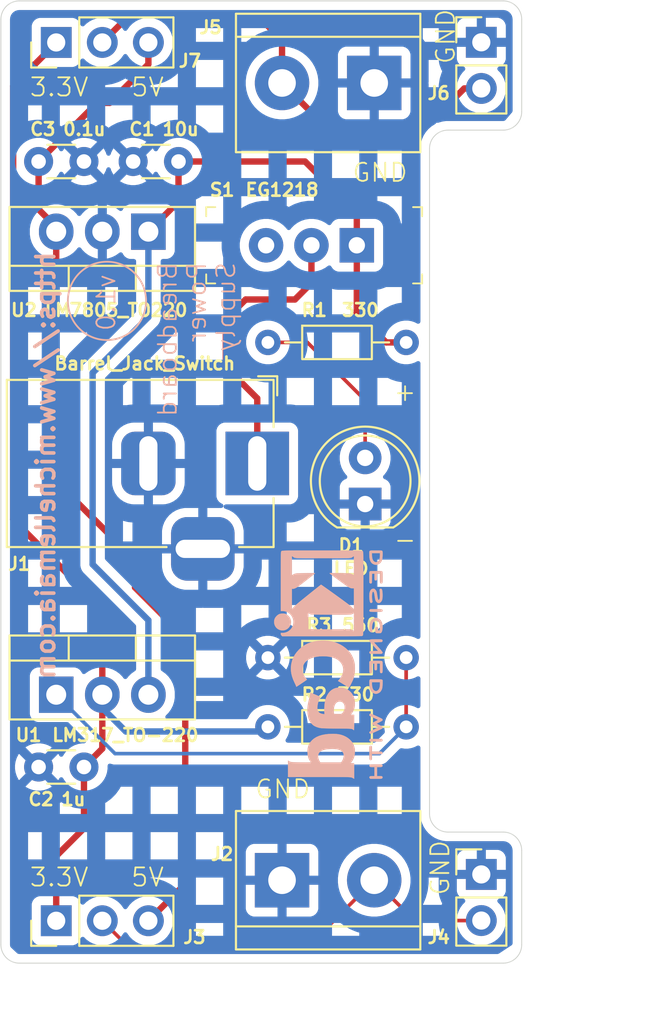
<source format=kicad_pcb>
(kicad_pcb (version 20241229) (generator "pcbnew") (generator_version "9.0")
  (title_block (title "Breadboard Power Supply") (date "2025-09-04") (rev "1.0") (company "https://www.michellemaia.com"))
  (layers (0 "F.Cu" signal) (2 "B.Cu" signal) (13 "F.Paste" user) (15 "B.Paste" user) (5 "F.SilkS" user "F.Silkscreen") (7 "B.SilkS" user "B.Silkscreen") (1 "F.Mask" user) (3 "B.Mask" user) (25 "Edge.Cuts" user))
  (net 0 "")
  (net 1 "/12V")
  (net 2 "GND")
  (net 3 "/3.3V")
  (net 4 "/5V")
  (net 5 "Net-(D1-A)")
  (net 6 "/PWR_input")
  (net 7 "/PWR_OUT_BOT")
  (net 8 "/PWR_OUT_TOP")
  (net 9 "Net-(U1-ADJ)")
  (footprint "LED_THT:LED_D5.0mm" (layer "F.Cu") (at 72.398 89.413 90)
    (property "Reference" "D1" (at -2.281 -0.77 0) (layer "F.SilkS") (effects (font (size 0.7 0.7))))
    (property "Value" "LED" (at -3.551 -0.77 0) (layer "F.SilkS") (effects (font (size 0.7 0.7))))
    (pad "1" thru_hole rect (at 0 0 90) (size 1.8 1.8) (drill 0.9) (layers "*.Cu" "*.Mask") (net 2 "GND"))
    (pad "2" thru_hole circle (at 2.54 0 90) (size 1.8 1.8) (drill 0.9) (layers "*.Cu" "*.Mask") (net 5 "Net-(D1-A)"))
  )
  (footprint "Capacitor_THT:C_Disc_D3.0mm_W1.6mm_P2.50mm" (layer "F.Cu") (at 62.112 70.5612 180)
    (property "Reference" "C1" (at 2.015 1.778 0) (layer "F.SilkS") (effects (font (size 0.7 0.7))))
    (property "Value" "10u" (at -0.118 1.778 0) (layer "F.SilkS") (effects (font (size 0.7 0.7))))
    (pad "1" thru_hole circle (at 0 0 180) (size 1.6 1.6) (drill 0.8) (layers "*.Cu" "*.Mask") (net 1 "/12V"))
    (pad "2" thru_hole circle (at 2.5 0 180) (size 1.6 1.6) (drill 0.8) (layers "*.Cu" "*.Mask") (net 2 "GND"))
  )
  (footprint "TerminalBlock:TerminalBlock_bornier-2_P5.08mm" (layer "F.Cu") (at 72.898 66.238 180)
    (property "Reference" "J5" (at 9.017 3.057504 0) (layer "F.SilkS") (effects (font (size 0.7 0.7))))
    (property "Value" "Screw_Terminal_01x02" (hide yes))
    (pad "1" thru_hole rect (at 0 0 180) (size 3 3) (drill 1.52) (layers "*.Cu" "*.Mask") (net 2 "GND"))
    (pad "2" thru_hole circle (at 5.08 0 180) (size 3 3) (drill 1.52) (layers "*.Cu" "*.Mask") (net 8 "/PWR_OUT_TOP"))
  )
  (footprint "digikey-footprints:Switch_Slide_11.6x4mm_EG1218" (layer "F.Cu") (at 71.938 75.172 180)
    (property "Reference" "S1" (at 7.422 3.048 0) (layer "F.SilkS") (effects (font (size 0.7 0.7))))
    (property "Value" "EG1218" (at 4.12 3.048 0) (layer "F.SilkS") (effects (font (size 0.7 0.7))))
    (pad "1" thru_hole rect (at 0 0 180) (size 1.9 1.9) (drill 0.9) (layers "*.Cu" "*.Mask") (net 1 "/12V"))
    (pad "2" thru_hole circle (at 2.5 0 180) (size 1.9 1.9) (drill 0.9) (layers "*.Cu" "*.Mask") (net 6 "/PWR_input"))
    (pad "3" thru_hole circle (at 5 0 180) (size 1.9 1.9) (drill 0.9) (layers "*.Cu" "*.Mask"))
  )
  (footprint "Resistor_THT:R_Axial_DIN0204_L3.6mm_D1.6mm_P7.62mm_Horizontal" (layer "F.Cu") (at 67.038 80.518)
    (property "Reference" "R1" (at 2.558 -1.778 0) (layer "F.SilkS") (effects (font (size 0.7 0.7))))
    (property "Value" "330" (at 5.098 -1.778 0) (layer "F.SilkS") (effects (font (size 0.7 0.7))))
    (pad "1" thru_hole circle (at 0 0) (size 1.4 1.4) (drill 0.7) (layers "*.Cu" "*.Mask") (net 5 "Net-(D1-A)"))
    (pad "2" thru_hole circle (at 7.62 0) (size 1.4 1.4) (drill 0.7) (layers "*.Cu" "*.Mask") (net 1 "/12V"))
  )
  (footprint "Connector_PinHeader_2.54mm:PinHeader_1x03_P2.54mm_Vertical" (layer "F.Cu") (at 55.372 64.008 90)
    (property "Reference" "J7" (at -1.016 7.366 0) (layer "F.SilkS") (effects (font (size 0.7 0.7))))
    (property "Value" "Conn_01x03_Pin" (hide yes))
    (pad "1" thru_hole rect (at 0 0 90) (size 1.7 1.7) (drill 1) (layers "*.Cu" "*.Mask") (net 3 "/3.3V"))
    (pad "2" thru_hole circle (at 0 2.54 90) (size 1.7 1.7) (drill 1) (layers "*.Cu" "*.Mask") (net 8 "/PWR_OUT_TOP"))
    (pad "3" thru_hole circle (at 0 5.08 90) (size 1.7 1.7) (drill 1) (layers "*.Cu" "*.Mask") (net 4 "/5V"))
  )
  (footprint "Resistor_THT:R_Axial_DIN0204_L3.6mm_D1.6mm_P7.62mm_Horizontal" (layer "F.Cu") (at 67.038 97.8662)
    (property "Reference" "R3" (at 2.812 -1.778 0) (layer "F.SilkS") (effects (font (size 0.7 0.7))))
    (property "Value" "560" (at 5.098 -1.778 0) (layer "F.SilkS") (effects (font (size 0.7 0.7))))
    (pad "1" thru_hole circle (at 0 0) (size 1.4 1.4) (drill 0.7) (layers "*.Cu" "*.Mask") (net 2 "GND"))
    (pad "2" thru_hole circle (at 7.62 0) (size 1.4 1.4) (drill 0.7) (layers "*.Cu" "*.Mask") (net 9 "Net-(U1-ADJ)"))
  )
  (footprint "Package_TO_SOT_THT:TO-220-3_Vertical" (layer "F.Cu") (at 60.452 74.422 180)
    (property "Reference" "U2" (at 6.858 -4.318 0) (layer "F.SilkS") (effects (font (size 0.7 0.7))))
    (property "Value" "LM7805_TO220" (at 1.778 -4.318 0) (layer "F.SilkS") (effects (font (size 0.7 0.7))))
    (pad "1" thru_hole rect (at 0 0 180) (size 1.905 2) (drill 1.1) (layers "*.Cu" "*.Mask") (net 1 "/12V"))
    (pad "2" thru_hole oval (at 2.54 0 180) (size 1.905 2) (drill 1.1) (layers "*.Cu" "*.Mask") (net 2 "GND"))
    (pad "3" thru_hole oval (at 5.08 0 180) (size 1.905 2) (drill 1.1) (layers "*.Cu" "*.Mask") (net 4 "/5V"))
  )
  (footprint "Connector_PinHeader_2.54mm:PinHeader_1x03_P2.54mm_Vertical" (layer "F.Cu") (at 55.372 112.348 90)
    (property "Reference" "J3" (at -0.9044 7.62 180) (layer "F.SilkS") (effects (font (size 0.7 0.7))))
    (property "Value" "Conn_01x03_Pin" (hide yes))
    (pad "1" thru_hole rect (at 0 0 90) (size 1.7 1.7) (drill 1) (layers "*.Cu" "*.Mask") (net 3 "/3.3V"))
    (pad "2" thru_hole circle (at 0 2.54 90) (size 1.7 1.7) (drill 1) (layers "*.Cu" "*.Mask") (net 7 "/PWR_OUT_BOT"))
    (pad "3" thru_hole circle (at 0 5.08 90) (size 1.7 1.7) (drill 1) (layers "*.Cu" "*.Mask") (net 4 "/5V"))
  )
  (footprint "Connector_PinHeader_2.54mm:PinHeader_1x02_P2.54mm_Vertical" (layer "F.Cu") (at 78.8 109.798)
    (property "Reference" "J4" (at -2.346 3.4544 0) (layer "F.SilkS") (effects (font (size 0.7 0.7))))
    (property "Value" "Conn_01x02_Pin" (hide yes))
    (pad "1" thru_hole rect (at 0 0) (size 1.7 1.7) (drill 1) (layers "*.Cu" "*.Mask") (net 2 "GND"))
    (pad "2" thru_hole circle (at 0 2.54) (size 1.7 1.7) (drill 1) (layers "*.Cu" "*.Mask") (net 7 "/PWR_OUT_BOT"))
  )
  (footprint "Package_TO_SOT_THT:TO-220-3_Vertical" (layer "F.Cu") (at 55.372 99.9084)
    (property "Reference" "U1" (at -1.524 2.222 0) (layer "F.SilkS") (effects (font (size 0.7 0.7))))
    (property "Value" "LM317_TO-220" (at 3.81 2.222 0) (layer "F.SilkS") (effects (font (size 0.7 0.7))))
    (pad "1" thru_hole rect (at 0 0) (size 1.905 2) (drill 1.1) (layers "*.Cu" "*.Mask") (net 9 "Net-(U1-ADJ)"))
    (pad "2" thru_hole oval (at 2.54 0) (size 1.905 2) (drill 1.1) (layers "*.Cu" "*.Mask") (net 3 "/3.3V"))
    (pad "3" thru_hole oval (at 5.08 0) (size 1.905 2) (drill 1.1) (layers "*.Cu" "*.Mask") (net 1 "/12V"))
  )
  (footprint "Capacitor_THT:C_Disc_D3.0mm_W1.6mm_P2.50mm" (layer "F.Cu") (at 54.4014 70.5612)
    (property "Reference" "C3" (at 0.234 -1.778 0) (layer "F.SilkS") (effects (font (size 0.7 0.7))))
    (property "Value" "0.1u" (at 2.52 -1.778 0) (layer "F.SilkS") (effects (font (size 0.7 0.7))))
    (pad "1" thru_hole circle (at 0 0) (size 1.6 1.6) (drill 0.8) (layers "*.Cu" "*.Mask") (net 4 "/5V"))
    (pad "2" thru_hole circle (at 2.5 0) (size 1.6 1.6) (drill 0.8) (layers "*.Cu" "*.Mask") (net 2 "GND"))
  )
  (footprint "Connector_BarrelJack:BarrelJack_Horizontal" (layer "F.Cu") (at 66.452 87.1805)
    (property "Reference" "J1" (at -13.112 5.5295 0) (layer "F.SilkS") (effects (font (size 0.7 0.7))))
    (property "Value" "Barrel_Jack_Switch" (at -6.2 -5.5 0) (layer "F.SilkS") (effects (font (size 0.7 0.7))))
    (pad "1" thru_hole rect (at 0 0) (size 3.5 3.5) (drill oval 1 3) (layers "*.Cu" "*.Mask") (net 6 "/PWR_input"))
    (pad "2" thru_hole roundrect (at -6 0) (size 3 3.5) (drill oval 1 3) (layers "*.Cu" "*.Mask") (net 2 "GND"))
    (pad "3" thru_hole roundrect (at -3 4.7) (size 3.5 3.5) (drill oval 3 1) (layers "*.Cu" "*.Mask") (net 2 "GND"))
  )
  (footprint "Capacitor_THT:C_Disc_D3.0mm_W1.6mm_P2.50mm" (layer "F.Cu") (at 56.9014 103.886 180)
    (property "Reference" "C2" (at 2.364 -1.778 0) (layer "F.SilkS") (effects (font (size 0.7 0.7))))
    (property "Value" "1u" (at 0.586 -1.778 0) (layer "F.SilkS") (effects (font (size 0.7 0.7))))
    (pad "1" thru_hole circle (at 0 0 180) (size 1.6 1.6) (drill 0.8) (layers "*.Cu" "*.Mask") (net 3 "/3.3V"))
    (pad "2" thru_hole circle (at 2.5 0 180) (size 1.6 1.6) (drill 0.8) (layers "*.Cu" "*.Mask") (net 2 "GND"))
  )
  (footprint "TerminalBlock:TerminalBlock_bornier-2_P5.08mm" (layer "F.Cu") (at 67.818 110.118)
    (property "Reference" "J2" (at -3.302 -1.4376 0) (layer "F.SilkS") (effects (font (size 0.7 0.7))))
    (property "Value" "Screw_Terminal_01x02" (hide yes))
    (pad "1" thru_hole rect (at 0 0) (size 3 3) (drill 1.52) (layers "*.Cu" "*.Mask") (net 2 "GND"))
    (pad "2" thru_hole circle (at 5.08 0) (size 3 3) (drill 1.52) (layers "*.Cu" "*.Mask") (net 7 "/PWR_OUT_BOT"))
  )
  (footprint "Connector_PinHeader_2.54mm:PinHeader_1x02_P2.54mm_Vertical" (layer "F.Cu") (at 78.8 64)
    (property "Reference" "J6" (at -2.346 2.802 0) (layer "F.SilkS") (effects (font (size 0.7 0.7))))
    (property "Value" "Conn_01x02_Pin" (hide yes))
    (pad "1" thru_hole rect (at 0 0) (size 1.7 1.7) (drill 1) (layers "*.Cu" "*.Mask") (net 2 "GND"))
    (pad "2" thru_hole circle (at 0 2.54) (size 1.7 1.7) (drill 1) (layers "*.Cu" "*.Mask") (net 8 "/PWR_OUT_TOP"))
  )
  (footprint "Resistor_THT:R_Axial_DIN0204_L3.6mm_D1.6mm_P7.62mm_Horizontal" (layer "F.Cu") (at 74.658 101.6762 180)
    (property "Reference" "R2" (at 5.062 1.778 0) (layer "F.SilkS") (effects (font (size 0.7 0.7))))
    (property "Value" "330" (at 2.776 1.778 0) (layer "F.SilkS") (effects (font (size 0.7 0.7))))
    (pad "1" thru_hole circle (at 0 0 180) (size 1.4 1.4) (drill 0.7) (layers "*.Cu" "*.Mask") (net 9 "Net-(U1-ADJ)"))
    (pad "2" thru_hole circle (at 7.62 0 180) (size 1.4 1.4) (drill 0.7) (layers "*.Cu" "*.Mask") (net 3 "/3.3V"))
  )
  (footprint "Symbol:KiCad-Logo2_5mm_SilkScreen" (layer "B.Cu") (at 70.358 98.2472 -90)
    (property "Reference" "REF**" (hide yes))
    (property "Value" "KiCad-Logo2_5mm_SilkScreen" (hide yes))
  )
  (gr_circle (center 58.169739 78.232) (end 56.645739 76.708) (stroke (width 0.1)) (fill no) (layer "B.SilkS"))
  (gr_line (start 80.01 114.681) (end 53.34 114.681) (stroke (width 0.05)) (layer "Edge.Cuts"))
  (gr_line (start 75.946 106.4514) (end 75.946 69.85) (stroke (width 0.05)) (layer "Edge.Cuts"))
  (gr_arc (start 52.324 62.738) (mid 52.62158 62.01958) (end 53.34 61.722) (stroke (width 0.05)) (layer "Edge.Cuts"))
  (gr_arc (start 80.01 107.4674) (mid 80.72842 107.76498) (end 81.026 108.4834) (stroke (width 0.05)) (layer "Edge.Cuts"))
  (gr_arc (start 81.026 67.818) (mid 80.72842 68.53642) (end 80.01 68.834) (stroke (width 0.05)) (layer "Edge.Cuts"))
  (gr_line (start 76.962 107.4674) (end 80.01 107.4674) (stroke (width 0.05)) (layer "Edge.Cuts"))
  (gr_line (start 52.324 62.738) (end 52.324 113.665) (stroke (width 0.05)) (layer "Edge.Cuts"))
  (gr_line (start 76.962 68.834) (end 80.01 68.834) (stroke (width 0.05)) (layer "Edge.Cuts"))
  (gr_arc (start 81.026 113.665) (mid 80.72842 114.38342) (end 80.01 114.681) (stroke (width 0.05)) (layer "Edge.Cuts"))
  (gr_line (start 81.026 67.818) (end 81.026 62.738) (stroke (width 0.05)) (layer "Edge.Cuts"))
  (gr_arc (start 80.01 61.722) (mid 80.72842 62.01958) (end 81.026 62.738) (stroke (width 0.05)) (layer "Edge.Cuts"))
  (gr_arc (start 53.34 114.681) (mid 52.62158 114.38342) (end 52.324 113.665) (stroke (width 0.05)) (layer "Edge.Cuts"))
  (gr_line (start 80.01 61.722) (end 53.34 61.722) (stroke (width 0.05)) (layer "Edge.Cuts"))
  (gr_arc (start 76.962 107.4674) (mid 76.24358 107.16982) (end 75.946 106.4514) (stroke (width 0.05)) (layer "Edge.Cuts"))
  (gr_line (start 81.026 113.665) (end 81.026 108.4834) (stroke (width 0.05)) (layer "Edge.Cuts"))
  (gr_arc (start 75.946 69.85) (mid 76.24358 69.13158) (end 76.962 68.834) (stroke (width 0.05)) (layer "Edge.Cuts"))
  (gr_text "3.3V" (at 53.848 67.056 0) (layer "F.SilkS") (effects (font (size 1 1) (thickness 0.1)) (justify left bottom)))
  (gr_text "GND" (at 66.2686 105.6894 0) (layer "F.SilkS") (effects (font (size 1 1) (thickness 0.1)) (justify left bottom)))
  (gr_text "3.3V" (at 53.848 110.5408 0) (layer "F.SilkS") (effects (font (size 1 1) (thickness 0.1)) (justify left bottom)))
  (gr_text "GND" (at 77.42 65.27 90) (layer "F.SilkS") (effects (font (size 1 1) (thickness 0.1)) (justify left bottom)))
  (gr_text "5V" (at 59.436 110.5408 0) (layer "F.SilkS") (effects (font (size 1 1) (thickness 0.1)) (justify left bottom)))
  (gr_text "+" (at 73.914 83.82 0) (layer "F.SilkS") (effects (font (size 1 1) (thickness 0.1)) (justify left bottom)))
  (gr_text "5V" (at 59.436 67.056 0) (layer "F.SilkS") (effects (font (size 1 1) (thickness 0.1)) (justify left bottom)))
  (gr_text "-" (at 73.914 91.948 0) (layer "F.SilkS") (effects (font (size 1 1) (thickness 0.1)) (justify left bottom)))
  (gr_text "GND" (at 71.628 71.755 0) (layer "F.SilkS") (effects (font (size 1 1) (thickness 0.1)) (justify left bottom)))
  (gr_text "GND" (at 77.1144 111.0234 90) (layer "F.SilkS") (effects (font (size 1 1) (thickness 0.1)) (justify left bottom)))
  (gr_text "v1.0" (at 58.709239 76.691311 90) (layer "B.SilkS") (effects (font (size 1 1) (thickness 0.1)) (justify left bottom mirror)))
  (gr_text "Breadboard\nPower\nSupply" (at 65.313239 76.026739 90) (layer "B.SilkS") (effects (font (size 1 1) (thickness 0.1)) (justify left bottom mirror)))
  (gr_text "https://www.michellemaia.com" (at 55.372 75.422 90) (layer "B.SilkS") (effects (font (size 1 1) (thickness 0.2) (bold yes)) (justify left bottom mirror)))
  (segment (start 69.088 70.5612) (end 62.112 70.5612) (width 0.35) (layer "F.Cu") (net 1))
  (segment (start 62.1284 71.9074) (end 62.112 71.891) (width 0.35) (layer "F.Cu") (net 1))
  (segment (start 60.452 74.422) (end 62.1284 72.7456) (width 0.35) (layer "F.Cu") (net 1))
  (segment (start 62.112 71.891) (end 62.112 70.5612) (width 0.35) (layer "F.Cu") (net 1))
  (segment (start 74.658 80.518) (end 73.5584 80.518) (width 0.35) (layer "F.Cu") (net 1))
  (segment (start 73.5584 80.518) (end 71.9328 78.8924) (width 0.35) (layer "F.Cu") (net 1))
  (segment (start 71.938 75.172) (end 71.938 73.4112) (width 0.35) (layer "F.Cu") (net 1))
  (segment (start 71.938 78.8872) (end 71.938 75.172) (width 0.35) (layer "F.Cu") (net 1))
  (segment (start 71.9328 78.8924) (end 71.938 78.8872) (width 0.35) (layer "F.Cu") (net 1))
  (segment (start 62.1284 72.7456) (end 62.1284 71.9074) (width 0.35) (layer "F.Cu") (net 1))
  (segment (start 71.938 73.4112) (end 69.088 70.5612) (width 0.35) (layer "F.Cu") (net 1))
  (segment (start 60.452 95.8088) (end 57.3786 92.7354) (width 0.35) (layer "B.Cu") (net 1))
  (segment (start 60.452 99.9084) (end 60.452 95.8088) (width 0.35) (layer "B.Cu") (net 1))
  (segment (start 57.3786 92.7354) (end 57.3786 82.1944) (width 0.35) (layer "B.Cu") (net 1))
  (segment (start 57.3786 82.1944) (end 60.452 79.121) (width 0.35) (layer "B.Cu") (net 1))
  (segment (start 60.452 79.121) (end 60.452 74.422) (width 0.35) (layer "B.Cu") (net 1))
  (segment (start 73.144 66.54) (end 72.898 66.294) (width 0.35) (layer "F.Cu") (net 2))
  (segment (start 57.912 102.8754) (end 56.9014 103.886) (width 0.35) (layer "F.Cu") (net 3))
  (segment (start 55.372 108.7882) (end 56.9014 107.2588) (width 0.35) (layer "F.Cu") (net 3))
  (segment (start 57.912 95.1738) (end 57.912 99.9084) (width 0.35) (layer "F.Cu") (net 3))
  (segment (start 56.9014 107.2588) (end 56.9014 103.886) (width 0.35) (layer "F.Cu") (net 3))
  (segment (start 53 66.4054) (end 53 90.2618) (width 0.35) (layer "F.Cu") (net 3))
  (segment (start 55.372 112.348) (end 55.372 108.7882) (width 0.35) (layer "F.Cu") (net 3))
  (segment (start 53 90.2618) (end 57.912 95.1738) (width 0.35) (layer "F.Cu") (net 3))
  (segment (start 55.372 64.0334) (end 53 66.4054) (width 0.35) (layer "F.Cu") (net 3))
  (segment (start 57.912 99.9084) (end 57.912 102.8754) (width 0.35) (layer "F.Cu") (net 3))
  (segment (start 55.372 64.008) (end 55.372 64.0334) (width 0.35) (layer "F.Cu") (net 3))
  (segment (start 57.912 99.9084) (end 57.912 100.6348) (width 0.35) (layer "B.Cu") (net 3))
  (segment (start 59.2074 101.9302) (end 66.784 101.9302) (width 0.35) (layer "B.Cu") (net 3))
  (segment (start 57.912 100.6348) (end 59.2074 101.9302) (width 0.35) (layer "B.Cu") (net 3))
  (segment (start 66.784 101.9302) (end 67.038 101.6762) (width 0.35) (layer "B.Cu") (net 3))
  (segment (start 62.484 110.316) (end 60.452 112.348) (width 0.35) (layer "F.Cu") (net 4))
  (segment (start 59.7154 92.5068) (end 59.7154 94.0054) (width 0.35) (layer "F.Cu") (net 4))
  (segment (start 55.372 74.168) (end 55.372 74.422) (width 0.35) (layer "F.Cu") (net 4))
  (segment (start 54.4014 70.5612) (end 57.6272 67.3354) (width 0.35) (layer "F.Cu") (net 4))
  (segment (start 62.484 96.774) (end 62.484 110.316) (width 0.35) (layer "F.Cu") (net 4))
  (segment (start 57.6272 67.3354) (end 58.3184 67.3354) (width 0.35) (layer "F.Cu") (net 4))
  (segment (start 55.372 88.1634) (end 59.7154 92.5068) (width 0.35) (layer "F.Cu") (net 4))
  (segment (start 58.3184 67.3354) (end 60.452 65.2018) (width 0.35) (layer "F.Cu") (net 4))
  (segment (start 55.372 74.422) (end 55.372 88.1634) (width 0.35) (layer "F.Cu") (net 4))
  (segment (start 59.7154 94.0054) (end 62.484 96.774) (width 0.35) (layer "F.Cu") (net 4))
  (segment (start 54.4014 73.1974) (end 55.372 74.168) (width 0.35) (layer "F.Cu") (net 4))
  (segment (start 54.4014 70.5612) (end 54.4014 73.1974) (width 0.35) (layer "F.Cu") (net 4))
  (segment (start 60.452 65.2018) (end 60.452 64.008) (width 0.35) (layer "F.Cu") (net 4))
  (segment (start 67.038 80.518) (end 69.215 80.518) (width 0.2) (layer "F.Cu") (net 5))
  (segment (start 69.215 80.518) (end 72.398 83.701) (width 0.2) (layer "F.Cu") (net 5))
  (segment (start 72.398 83.701) (end 72.398 86.873) (width 0.2) (layer "F.Cu") (net 5))
  (segment (start 64.7192 81.8642) (end 66.452 83.597) (width 0.35) (layer "F.Cu") (net 6))
  (segment (start 68.5292 78.1558) (end 65.8114 78.1558) (width 0.35) (layer "F.Cu") (net 6))
  (segment (start 69.438 77.247) (end 68.5292 78.1558) (width 0.35) (layer "F.Cu") (net 6))
  (segment (start 69.438 75.172) (end 69.438 77.247) (width 0.35) (layer "F.Cu") (net 6))
  (segment (start 64.7192 79.248) (end 64.7192 81.8642) (width 0.35) (layer "F.Cu") (net 6))
  (segment (start 65.8114 78.1558) (end 64.7192 79.248) (width 0.35) (layer "F.Cu") (net 6))
  (segment (start 66.452 83.597) (end 66.452 87.1805) (width 0.35) (layer "F.Cu") (net 6))
  (segment (start 69.097 113.919) (end 59.483 113.919) (width 0.2) (layer "F.Cu") (net 7))
  (segment (start 72.898 110.118) (end 69.097 113.919) (width 0.2) (layer "F.Cu") (net 7))
  (segment (start 75.118 112.338) (end 78.8 112.338) (width 0.2) (layer "F.Cu") (net 7))
  (segment (start 72.898 110.118) (end 75.118 112.338) (width 0.2) (layer "F.Cu") (net 7))
  (segment (start 59.483 113.919) (end 57.912 112.348) (width 0.2) (layer "F.Cu") (net 7))
  (segment (start 75.819 68.58) (end 77.859 66.54) (width 0.35) (layer "F.Cu") (net 8))
  (segment (start 67.818 66.238) (end 67.818 63.881) (width 0.35) (layer "F.Cu") (net 8))
  (segment (start 66.421 62.484) (end 59.436 62.484) (width 0.35) (layer "F.Cu") (net 8))
  (segment (start 70.16 68.58) (end 75.819 68.58) (width 0.35) (layer "F.Cu") (net 8))
  (segment (start 59.436 62.484) (end 57.912 64.008) (width 0.35) (layer "F.Cu") (net 8))
  (segment (start 67.818 66.238) (end 70.16 68.58) (width 0.35) (layer "F.Cu") (net 8))
  (segment (start 67.818 63.881) (end 66.421 62.484) (width 0.35) (layer "F.Cu") (net 8))
  (segment (start 77.859 66.54) (end 78.8 66.54) (width 0.35) (layer "F.Cu") (net 8))
  (segment (start 74.658 97.8662) (end 74.658 101.6762) (width 0.2) (layer "F.Cu") (net 9))
  (segment (start 55.372 99.9084) (end 58.613 103.1494) (width 0.2) (layer "B.Cu") (net 9))
  (segment (start 58.613 103.1494) (end 73.1848 103.1494) (width 0.2) (layer "B.Cu") (net 9))
  (segment (start 73.1848 103.1494) (end 74.658 101.6762) (width 0.2) (layer "B.Cu") (net 9))
  (zone (net 2) (net_name "GND") (layer "B.Cu") (connect_pads (clearance 0.5)) (min_thickness 0.25) (fill yes (mode hatch) (thermal_gap 0.5) (thermal_bridge_width 0.5) (hatch_thickness 1) (hatch_gap 1.5) (hatch_orientation 0) (hatch_border_algorithm hatch_thickness) (hatch_min_hole_area 0.3))
    (polygon (pts (xy 53.4162 61.976) (xy 52.6288 62.5602) (xy 52.6288 113.5888) (xy 53.3908 114.3) (xy 79.5528 114.3) (xy 80.6704 113.5634) (xy 80.6958 108.458) (xy 80.0608 107.7468) (xy 76.2762 107.7468) (xy 75.5396 106.4514) (xy 75.5396 69.342) (xy 76.327 68.4276) (xy 80.01 68.4276) (xy 80.7212 67.5894) (xy 80.7212 62.5094) (xy 80.137 61.976)))
  )
)
</source>
